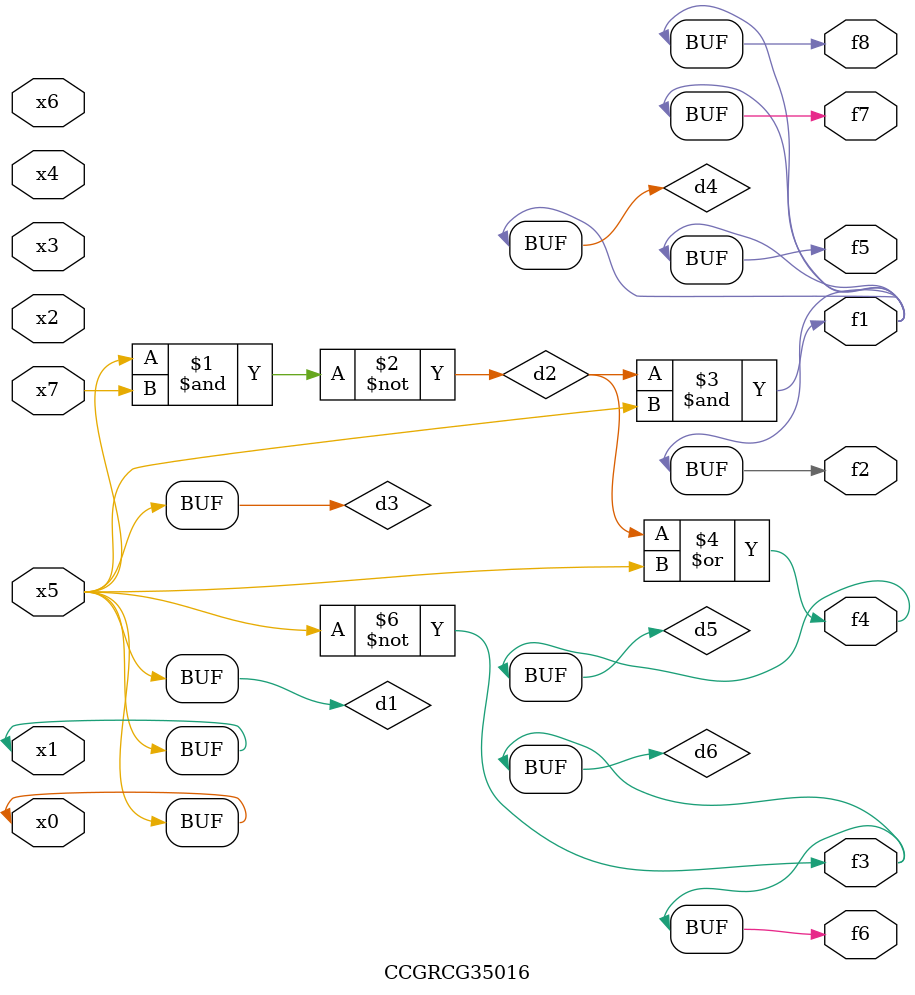
<source format=v>
module CCGRCG35016(
	input x0, x1, x2, x3, x4, x5, x6, x7,
	output f1, f2, f3, f4, f5, f6, f7, f8
);

	wire d1, d2, d3, d4, d5, d6;

	buf (d1, x0, x5);
	nand (d2, x5, x7);
	buf (d3, x0, x1);
	and (d4, d2, d3);
	or (d5, d2, d3);
	nor (d6, d1, d3);
	assign f1 = d4;
	assign f2 = d4;
	assign f3 = d6;
	assign f4 = d5;
	assign f5 = d4;
	assign f6 = d6;
	assign f7 = d4;
	assign f8 = d4;
endmodule

</source>
